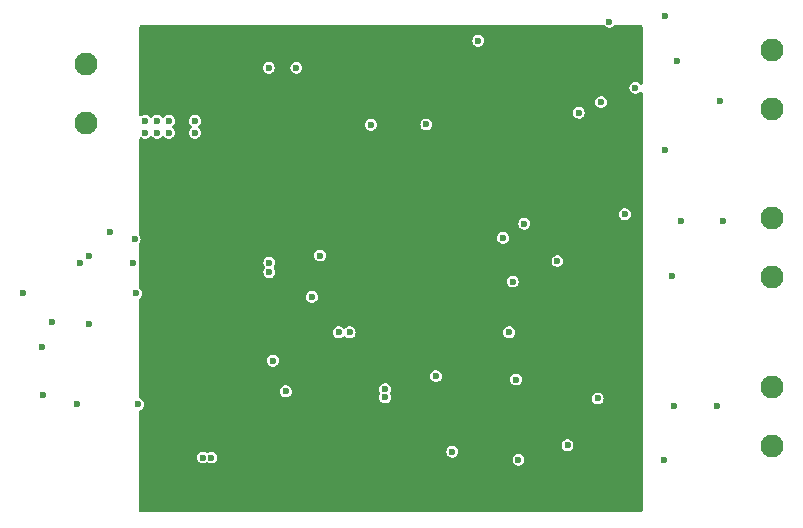
<source format=gbr>
%TF.GenerationSoftware,KiCad,Pcbnew,8.0.6*%
%TF.CreationDate,2024-11-16T21:14:38-08:00*%
%TF.ProjectId,CAN_adc,43414e5f-6164-4632-9e6b-696361645f70,rev?*%
%TF.SameCoordinates,Original*%
%TF.FileFunction,Copper,L3,Inr*%
%TF.FilePolarity,Positive*%
%FSLAX46Y46*%
G04 Gerber Fmt 4.6, Leading zero omitted, Abs format (unit mm)*
G04 Created by KiCad (PCBNEW 8.0.6) date 2024-11-16 21:14:38*
%MOMM*%
%LPD*%
G01*
G04 APERTURE LIST*
%TA.AperFunction,ComponentPad*%
%ADD10C,1.950000*%
%TD*%
%TA.AperFunction,ViaPad*%
%ADD11C,0.600000*%
%TD*%
G04 APERTURE END LIST*
D10*
%TO.N,GND*%
%TO.C,J4*%
X135100000Y-90500000D03*
%TO.N,/Analog_input1/IN+*%
X135100000Y-85500000D03*
%TD*%
%TO.N,/Analog_input/IN+*%
%TO.C,J3*%
X135100000Y-71250000D03*
%TO.N,GND*%
X135100000Y-76250000D03*
%TD*%
%TO.N,/Thermocouple_conditioning/IN-*%
%TO.C,J2*%
X135100000Y-57000000D03*
%TO.N,/Thermocouple_conditioning/IN+*%
X135100000Y-62000000D03*
%TD*%
%TO.N,GND*%
%TO.C,J1*%
X77000000Y-63200000D03*
%TO.N,/Input_Power/V_IN*%
X77000000Y-58200000D03*
%TD*%
D11*
%TO.N,GND*%
X87600000Y-91500000D03*
X86900000Y-91500000D03*
X99300000Y-80900000D03*
X98400000Y-80900000D03*
%TO.N,/IN4*%
X79000000Y-72400000D03*
%TO.N,/CSn*%
X71620134Y-77570000D03*
%TO.N,/IN3*%
X77200000Y-74400000D03*
%TO.N,/DOUT*%
X74100000Y-80000000D03*
%TO.N,/SCLK*%
X73220134Y-82179866D03*
%TO.N,/IN2*%
X77200000Y-80200000D03*
%TO.N,/DIN*%
X76500000Y-75000000D03*
%TO.N,/IN1*%
X81200000Y-77600000D03*
X120600000Y-61400000D03*
%TO.N,/IN4*%
X81100000Y-73000000D03*
%TO.N,/IN3*%
X81000000Y-75000000D03*
%TO.N,GND*%
X73331250Y-86168750D03*
%TO.N,/3V3*%
X76200000Y-87000000D03*
X81400000Y-87000000D03*
X96100000Y-77900000D03*
%TO.N,/5V*%
X117400000Y-76200000D03*
%TO.N,/IN4*%
X112800000Y-80900000D03*
%TO.N,/IN3*%
X112300000Y-72900000D03*
%TO.N,GND*%
X114100000Y-71700000D03*
X113100000Y-76600000D03*
%TO.N,Net-(R30-Pad2)*%
X127400000Y-71500000D03*
X126565000Y-76135000D03*
%TO.N,GND*%
X130900000Y-71500000D03*
%TO.N,Net-(R26-Pad1)*%
X116900000Y-74865000D03*
X122600000Y-70900000D03*
%TO.N,Net-(R22-Pad2)*%
X117750000Y-90450000D03*
X120300000Y-86500000D03*
%TO.N,GND*%
X113400000Y-84900000D03*
X113600000Y-91700000D03*
%TO.N,/5V*%
X117700000Y-91700000D03*
%TO.N,Net-(R20-Pad2)*%
X126725000Y-87100000D03*
X125900000Y-91700000D03*
%TO.N,/Thermocouple_conditioning/IN-*%
X130700000Y-61300000D03*
%TO.N,GND*%
X130400000Y-87100000D03*
%TO.N,/5V*%
X118900000Y-58100000D03*
X118900000Y-58800000D03*
%TO.N,GND*%
X118700000Y-62300000D03*
%TO.N,Net-(C8-Pad2)*%
X127037500Y-57900000D03*
X123500000Y-60200000D03*
%TO.N,GND*%
X126000000Y-65500000D03*
X126000000Y-54100000D03*
X121300000Y-54600000D03*
X110200000Y-56200000D03*
X108000000Y-91000000D03*
%TO.N,/Input_Power/N5V_FB*%
X92800000Y-83300000D03*
X106600000Y-84600000D03*
%TO.N,GND*%
X102300000Y-86400000D03*
X102300000Y-85700000D03*
X93900000Y-85900000D03*
%TO.N,/5V*%
X83700000Y-79300000D03*
X84400000Y-79300000D03*
%TO.N,GND*%
X105800000Y-63300000D03*
X92500000Y-75000000D03*
X92500000Y-75800000D03*
%TO.N,/5V*%
X83700000Y-74200000D03*
X84400000Y-74200000D03*
%TO.N,GND*%
X96800000Y-74400000D03*
%TO.N,/5V*%
X101100000Y-56187500D03*
X90700000Y-68300000D03*
X92100000Y-68300000D03*
X94500000Y-68300000D03*
X93400000Y-68300000D03*
%TO.N,GND*%
X101100000Y-63325000D03*
X86200000Y-63000000D03*
X86200000Y-64000000D03*
X94800000Y-58500000D03*
X92450000Y-58500000D03*
X82000000Y-64000000D03*
X83000000Y-64000000D03*
X84000000Y-64000000D03*
X84000000Y-63000000D03*
X83000000Y-63000000D03*
X82000000Y-63000000D03*
%TD*%
%TA.AperFunction,Conductor*%
%TO.N,/5V*%
G36*
X120908105Y-54919685D02*
G01*
X120934778Y-54942796D01*
X120968872Y-54982143D01*
X121089947Y-55059953D01*
X121089950Y-55059954D01*
X121089949Y-55059954D01*
X121228036Y-55100499D01*
X121228038Y-55100500D01*
X121228039Y-55100500D01*
X121371962Y-55100500D01*
X121371962Y-55100499D01*
X121510053Y-55059953D01*
X121631128Y-54982143D01*
X121665221Y-54942796D01*
X121723999Y-54905023D01*
X121758934Y-54900000D01*
X123976000Y-54900000D01*
X124043039Y-54919685D01*
X124088794Y-54972489D01*
X124100000Y-55024000D01*
X124100000Y-59795695D01*
X124080315Y-59862734D01*
X124027511Y-59908489D01*
X123958353Y-59918433D01*
X123894797Y-59889408D01*
X123882287Y-59876898D01*
X123870014Y-59862734D01*
X123831128Y-59817857D01*
X123710053Y-59740047D01*
X123710051Y-59740046D01*
X123710049Y-59740045D01*
X123710050Y-59740045D01*
X123571963Y-59699500D01*
X123571961Y-59699500D01*
X123428039Y-59699500D01*
X123428036Y-59699500D01*
X123289949Y-59740045D01*
X123168873Y-59817856D01*
X123074623Y-59926626D01*
X123074622Y-59926628D01*
X123014834Y-60057543D01*
X122994353Y-60200000D01*
X123014834Y-60342456D01*
X123074622Y-60473371D01*
X123074623Y-60473373D01*
X123168872Y-60582143D01*
X123289947Y-60659953D01*
X123289950Y-60659954D01*
X123289949Y-60659954D01*
X123428036Y-60700499D01*
X123428038Y-60700500D01*
X123428039Y-60700500D01*
X123571962Y-60700500D01*
X123571962Y-60700499D01*
X123710053Y-60659953D01*
X123831128Y-60582143D01*
X123882287Y-60523102D01*
X123941065Y-60485327D01*
X124010934Y-60485327D01*
X124069713Y-60523101D01*
X124098738Y-60586656D01*
X124100000Y-60604304D01*
X124100000Y-95976000D01*
X124080315Y-96043039D01*
X124027511Y-96088794D01*
X123976000Y-96100000D01*
X81624000Y-96100000D01*
X81556961Y-96080315D01*
X81511206Y-96027511D01*
X81500000Y-95976000D01*
X81500000Y-91500000D01*
X86394353Y-91500000D01*
X86414834Y-91642456D01*
X86441114Y-91700000D01*
X86474623Y-91773373D01*
X86568872Y-91882143D01*
X86689947Y-91959953D01*
X86689950Y-91959954D01*
X86689949Y-91959954D01*
X86828036Y-92000499D01*
X86828038Y-92000500D01*
X86828039Y-92000500D01*
X86971962Y-92000500D01*
X86971962Y-92000499D01*
X87110053Y-91959953D01*
X87182961Y-91913098D01*
X87250000Y-91893414D01*
X87317039Y-91913098D01*
X87389947Y-91959953D01*
X87389950Y-91959954D01*
X87389949Y-91959954D01*
X87528036Y-92000499D01*
X87528038Y-92000500D01*
X87528039Y-92000500D01*
X87671962Y-92000500D01*
X87671962Y-92000499D01*
X87810053Y-91959953D01*
X87931128Y-91882143D01*
X88025377Y-91773373D01*
X88058886Y-91700000D01*
X113094353Y-91700000D01*
X113114834Y-91842456D01*
X113147096Y-91913098D01*
X113174623Y-91973373D01*
X113268872Y-92082143D01*
X113389947Y-92159953D01*
X113389950Y-92159954D01*
X113389949Y-92159954D01*
X113528036Y-92200499D01*
X113528038Y-92200500D01*
X113528039Y-92200500D01*
X113671962Y-92200500D01*
X113671962Y-92200499D01*
X113810053Y-92159953D01*
X113931128Y-92082143D01*
X114025377Y-91973373D01*
X114085165Y-91842457D01*
X114105647Y-91700000D01*
X114085165Y-91557543D01*
X114025377Y-91426627D01*
X113931128Y-91317857D01*
X113810053Y-91240047D01*
X113810051Y-91240046D01*
X113810049Y-91240045D01*
X113810050Y-91240045D01*
X113671963Y-91199500D01*
X113671961Y-91199500D01*
X113528039Y-91199500D01*
X113528036Y-91199500D01*
X113389949Y-91240045D01*
X113268873Y-91317856D01*
X113174623Y-91426626D01*
X113174622Y-91426628D01*
X113114834Y-91557543D01*
X113094353Y-91700000D01*
X88058886Y-91700000D01*
X88085165Y-91642457D01*
X88105647Y-91500000D01*
X88085165Y-91357543D01*
X88025377Y-91226627D01*
X87931128Y-91117857D01*
X87810053Y-91040047D01*
X87810051Y-91040046D01*
X87810049Y-91040045D01*
X87810050Y-91040045D01*
X87673666Y-91000000D01*
X107494353Y-91000000D01*
X107514834Y-91142456D01*
X107553275Y-91226628D01*
X107574623Y-91273373D01*
X107668872Y-91382143D01*
X107789947Y-91459953D01*
X107789950Y-91459954D01*
X107789949Y-91459954D01*
X107897107Y-91491417D01*
X107926336Y-91500000D01*
X107928036Y-91500499D01*
X107928038Y-91500500D01*
X107928039Y-91500500D01*
X108071962Y-91500500D01*
X108071962Y-91500499D01*
X108210053Y-91459953D01*
X108331128Y-91382143D01*
X108425377Y-91273373D01*
X108485165Y-91142457D01*
X108505647Y-91000000D01*
X108485165Y-90857543D01*
X108425377Y-90726627D01*
X108331128Y-90617857D01*
X108210053Y-90540047D01*
X108210051Y-90540046D01*
X108210049Y-90540045D01*
X108210050Y-90540045D01*
X108071963Y-90499500D01*
X108071961Y-90499500D01*
X107928039Y-90499500D01*
X107928036Y-90499500D01*
X107789949Y-90540045D01*
X107668873Y-90617856D01*
X107574623Y-90726626D01*
X107574622Y-90726628D01*
X107514834Y-90857543D01*
X107494353Y-91000000D01*
X87673666Y-91000000D01*
X87671963Y-90999500D01*
X87671961Y-90999500D01*
X87528039Y-90999500D01*
X87528036Y-90999500D01*
X87389949Y-91040045D01*
X87317039Y-91086902D01*
X87250000Y-91106586D01*
X87182961Y-91086902D01*
X87180557Y-91085357D01*
X87110053Y-91040047D01*
X87110051Y-91040046D01*
X87110049Y-91040045D01*
X87110050Y-91040045D01*
X86971963Y-90999500D01*
X86971961Y-90999500D01*
X86828039Y-90999500D01*
X86828036Y-90999500D01*
X86689949Y-91040045D01*
X86568873Y-91117856D01*
X86474623Y-91226626D01*
X86474622Y-91226628D01*
X86414834Y-91357543D01*
X86394353Y-91500000D01*
X81500000Y-91500000D01*
X81500000Y-90450000D01*
X117244353Y-90450000D01*
X117264834Y-90592456D01*
X117324622Y-90723371D01*
X117324623Y-90723373D01*
X117418872Y-90832143D01*
X117539947Y-90909953D01*
X117539950Y-90909954D01*
X117539949Y-90909954D01*
X117678036Y-90950499D01*
X117678038Y-90950500D01*
X117678039Y-90950500D01*
X117821962Y-90950500D01*
X117821962Y-90950499D01*
X117960053Y-90909953D01*
X118081128Y-90832143D01*
X118175377Y-90723373D01*
X118235165Y-90592457D01*
X118255647Y-90450000D01*
X118235165Y-90307543D01*
X118175377Y-90176627D01*
X118081128Y-90067857D01*
X117960053Y-89990047D01*
X117960051Y-89990046D01*
X117960049Y-89990045D01*
X117960050Y-89990045D01*
X117821963Y-89949500D01*
X117821961Y-89949500D01*
X117678039Y-89949500D01*
X117678036Y-89949500D01*
X117539949Y-89990045D01*
X117418873Y-90067856D01*
X117324623Y-90176626D01*
X117324622Y-90176628D01*
X117264834Y-90307543D01*
X117244353Y-90450000D01*
X81500000Y-90450000D01*
X81500000Y-87585092D01*
X81519685Y-87518053D01*
X81572489Y-87472298D01*
X81589064Y-87466115D01*
X81610053Y-87459953D01*
X81731128Y-87382143D01*
X81825377Y-87273373D01*
X81885165Y-87142457D01*
X81905647Y-87000000D01*
X81885165Y-86857543D01*
X81825377Y-86726627D01*
X81731128Y-86617857D01*
X81610053Y-86540047D01*
X81610048Y-86540045D01*
X81610047Y-86540045D01*
X81589063Y-86533883D01*
X81530286Y-86496108D01*
X81501262Y-86432552D01*
X81500000Y-86414907D01*
X81500000Y-85900000D01*
X93394353Y-85900000D01*
X93414834Y-86042456D01*
X93453275Y-86126628D01*
X93474623Y-86173373D01*
X93568872Y-86282143D01*
X93689947Y-86359953D01*
X93689950Y-86359954D01*
X93689949Y-86359954D01*
X93797107Y-86391417D01*
X93826336Y-86400000D01*
X93828036Y-86400499D01*
X93828038Y-86400500D01*
X93828039Y-86400500D01*
X93971962Y-86400500D01*
X93971962Y-86400499D01*
X94110053Y-86359953D01*
X94231128Y-86282143D01*
X94325377Y-86173373D01*
X94385165Y-86042457D01*
X94405647Y-85900000D01*
X94385165Y-85757543D01*
X94358886Y-85700000D01*
X101794353Y-85700000D01*
X101814834Y-85842456D01*
X101874622Y-85973371D01*
X101879418Y-85980834D01*
X101876895Y-85982455D01*
X101899683Y-86032355D01*
X101889739Y-86101513D01*
X101878693Y-86118700D01*
X101879418Y-86119166D01*
X101874622Y-86126628D01*
X101814834Y-86257543D01*
X101794353Y-86400000D01*
X101814834Y-86542456D01*
X101860504Y-86642457D01*
X101874623Y-86673373D01*
X101968872Y-86782143D01*
X102089947Y-86859953D01*
X102089950Y-86859954D01*
X102089949Y-86859954D01*
X102228036Y-86900499D01*
X102228038Y-86900500D01*
X102228039Y-86900500D01*
X102371962Y-86900500D01*
X102371962Y-86900499D01*
X102510053Y-86859953D01*
X102631128Y-86782143D01*
X102725377Y-86673373D01*
X102785165Y-86542457D01*
X102791269Y-86500000D01*
X119794353Y-86500000D01*
X119814834Y-86642456D01*
X119853275Y-86726628D01*
X119874623Y-86773373D01*
X119968872Y-86882143D01*
X120089947Y-86959953D01*
X120089950Y-86959954D01*
X120089949Y-86959954D01*
X120197107Y-86991417D01*
X120226336Y-87000000D01*
X120228036Y-87000499D01*
X120228038Y-87000500D01*
X120228039Y-87000500D01*
X120371962Y-87000500D01*
X120371962Y-87000499D01*
X120510053Y-86959953D01*
X120631128Y-86882143D01*
X120725377Y-86773373D01*
X120785165Y-86642457D01*
X120805647Y-86500000D01*
X120785165Y-86357543D01*
X120725377Y-86226627D01*
X120631128Y-86117857D01*
X120510053Y-86040047D01*
X120510051Y-86040046D01*
X120510049Y-86040045D01*
X120510050Y-86040045D01*
X120371963Y-85999500D01*
X120371961Y-85999500D01*
X120228039Y-85999500D01*
X120228036Y-85999500D01*
X120089949Y-86040045D01*
X119968873Y-86117856D01*
X119874623Y-86226626D01*
X119874622Y-86226628D01*
X119814834Y-86357543D01*
X119794353Y-86500000D01*
X102791269Y-86500000D01*
X102805647Y-86400000D01*
X102785165Y-86257543D01*
X102725377Y-86126627D01*
X102725370Y-86126619D01*
X102720582Y-86119167D01*
X102723108Y-86117543D01*
X102700320Y-86067674D01*
X102710248Y-85998513D01*
X102721310Y-85981300D01*
X102720582Y-85980833D01*
X102725368Y-85973382D01*
X102725377Y-85973373D01*
X102785165Y-85842457D01*
X102805647Y-85700000D01*
X102785165Y-85557543D01*
X102725377Y-85426627D01*
X102631128Y-85317857D01*
X102510053Y-85240047D01*
X102510051Y-85240046D01*
X102510049Y-85240045D01*
X102510050Y-85240045D01*
X102371963Y-85199500D01*
X102371961Y-85199500D01*
X102228039Y-85199500D01*
X102228036Y-85199500D01*
X102089949Y-85240045D01*
X101968873Y-85317856D01*
X101874623Y-85426626D01*
X101874622Y-85426628D01*
X101814834Y-85557543D01*
X101794353Y-85700000D01*
X94358886Y-85700000D01*
X94325377Y-85626627D01*
X94231128Y-85517857D01*
X94110053Y-85440047D01*
X94110051Y-85440046D01*
X94110049Y-85440045D01*
X94110050Y-85440045D01*
X93971963Y-85399500D01*
X93971961Y-85399500D01*
X93828039Y-85399500D01*
X93828036Y-85399500D01*
X93689949Y-85440045D01*
X93568873Y-85517856D01*
X93474623Y-85626626D01*
X93474622Y-85626628D01*
X93414834Y-85757543D01*
X93394353Y-85900000D01*
X81500000Y-85900000D01*
X81500000Y-84600000D01*
X106094353Y-84600000D01*
X106114834Y-84742456D01*
X106174622Y-84873371D01*
X106174623Y-84873373D01*
X106268872Y-84982143D01*
X106389947Y-85059953D01*
X106389950Y-85059954D01*
X106389949Y-85059954D01*
X106528036Y-85100499D01*
X106528038Y-85100500D01*
X106528039Y-85100500D01*
X106671962Y-85100500D01*
X106671962Y-85100499D01*
X106810053Y-85059953D01*
X106931128Y-84982143D01*
X107002305Y-84900000D01*
X112894353Y-84900000D01*
X112914834Y-85042456D01*
X112974622Y-85173371D01*
X112974623Y-85173373D01*
X113068872Y-85282143D01*
X113189947Y-85359953D01*
X113189950Y-85359954D01*
X113189949Y-85359954D01*
X113297107Y-85391417D01*
X113324633Y-85399500D01*
X113328036Y-85400499D01*
X113328038Y-85400500D01*
X113328039Y-85400500D01*
X113471962Y-85400500D01*
X113471962Y-85400499D01*
X113610053Y-85359953D01*
X113731128Y-85282143D01*
X113825377Y-85173373D01*
X113885165Y-85042457D01*
X113905647Y-84900000D01*
X113885165Y-84757543D01*
X113825377Y-84626627D01*
X113731128Y-84517857D01*
X113610053Y-84440047D01*
X113610051Y-84440046D01*
X113610049Y-84440045D01*
X113610050Y-84440045D01*
X113471963Y-84399500D01*
X113471961Y-84399500D01*
X113328039Y-84399500D01*
X113328036Y-84399500D01*
X113189949Y-84440045D01*
X113068873Y-84517856D01*
X112974623Y-84626626D01*
X112974622Y-84626628D01*
X112914834Y-84757543D01*
X112894353Y-84900000D01*
X107002305Y-84900000D01*
X107025377Y-84873373D01*
X107085165Y-84742457D01*
X107105647Y-84600000D01*
X107085165Y-84457543D01*
X107025377Y-84326627D01*
X106931128Y-84217857D01*
X106810053Y-84140047D01*
X106810051Y-84140046D01*
X106810049Y-84140045D01*
X106810050Y-84140045D01*
X106671963Y-84099500D01*
X106671961Y-84099500D01*
X106528039Y-84099500D01*
X106528036Y-84099500D01*
X106389949Y-84140045D01*
X106268873Y-84217856D01*
X106174623Y-84326626D01*
X106174622Y-84326628D01*
X106114834Y-84457543D01*
X106094353Y-84600000D01*
X81500000Y-84600000D01*
X81500000Y-83300000D01*
X92294353Y-83300000D01*
X92314834Y-83442456D01*
X92374622Y-83573371D01*
X92374623Y-83573373D01*
X92468872Y-83682143D01*
X92589947Y-83759953D01*
X92589950Y-83759954D01*
X92589949Y-83759954D01*
X92728036Y-83800499D01*
X92728038Y-83800500D01*
X92728039Y-83800500D01*
X92871962Y-83800500D01*
X92871962Y-83800499D01*
X93010053Y-83759953D01*
X93131128Y-83682143D01*
X93225377Y-83573373D01*
X93285165Y-83442457D01*
X93305647Y-83300000D01*
X93285165Y-83157543D01*
X93225377Y-83026627D01*
X93131128Y-82917857D01*
X93010053Y-82840047D01*
X93010051Y-82840046D01*
X93010049Y-82840045D01*
X93010050Y-82840045D01*
X92871963Y-82799500D01*
X92871961Y-82799500D01*
X92728039Y-82799500D01*
X92728036Y-82799500D01*
X92589949Y-82840045D01*
X92468873Y-82917856D01*
X92374623Y-83026626D01*
X92374622Y-83026628D01*
X92314834Y-83157543D01*
X92294353Y-83300000D01*
X81500000Y-83300000D01*
X81500000Y-80900000D01*
X97894353Y-80900000D01*
X97914834Y-81042456D01*
X97974622Y-81173371D01*
X97974623Y-81173373D01*
X98068872Y-81282143D01*
X98189947Y-81359953D01*
X98189950Y-81359954D01*
X98189949Y-81359954D01*
X98328036Y-81400499D01*
X98328038Y-81400500D01*
X98328039Y-81400500D01*
X98471962Y-81400500D01*
X98471962Y-81400499D01*
X98610053Y-81359953D01*
X98731128Y-81282143D01*
X98756288Y-81253106D01*
X98815065Y-81215333D01*
X98884935Y-81215333D01*
X98943711Y-81253106D01*
X98968872Y-81282143D01*
X99089947Y-81359953D01*
X99089950Y-81359954D01*
X99089949Y-81359954D01*
X99228036Y-81400499D01*
X99228038Y-81400500D01*
X99228039Y-81400500D01*
X99371962Y-81400500D01*
X99371962Y-81400499D01*
X99510053Y-81359953D01*
X99631128Y-81282143D01*
X99725377Y-81173373D01*
X99785165Y-81042457D01*
X99805647Y-80900000D01*
X112294353Y-80900000D01*
X112314834Y-81042456D01*
X112374622Y-81173371D01*
X112374623Y-81173373D01*
X112468872Y-81282143D01*
X112589947Y-81359953D01*
X112589950Y-81359954D01*
X112589949Y-81359954D01*
X112728036Y-81400499D01*
X112728038Y-81400500D01*
X112728039Y-81400500D01*
X112871962Y-81400500D01*
X112871962Y-81400499D01*
X113010053Y-81359953D01*
X113131128Y-81282143D01*
X113225377Y-81173373D01*
X113285165Y-81042457D01*
X113305647Y-80900000D01*
X113285165Y-80757543D01*
X113225377Y-80626627D01*
X113131128Y-80517857D01*
X113010053Y-80440047D01*
X113010051Y-80440046D01*
X113010049Y-80440045D01*
X113010050Y-80440045D01*
X112871963Y-80399500D01*
X112871961Y-80399500D01*
X112728039Y-80399500D01*
X112728036Y-80399500D01*
X112589949Y-80440045D01*
X112468873Y-80517856D01*
X112374623Y-80626626D01*
X112374622Y-80626628D01*
X112314834Y-80757543D01*
X112294353Y-80900000D01*
X99805647Y-80900000D01*
X99785165Y-80757543D01*
X99725377Y-80626627D01*
X99631128Y-80517857D01*
X99510053Y-80440047D01*
X99510051Y-80440046D01*
X99510049Y-80440045D01*
X99510050Y-80440045D01*
X99371963Y-80399500D01*
X99371961Y-80399500D01*
X99228039Y-80399500D01*
X99228036Y-80399500D01*
X99089949Y-80440045D01*
X98968872Y-80517856D01*
X98943712Y-80546893D01*
X98884933Y-80584667D01*
X98815064Y-80584666D01*
X98756288Y-80546893D01*
X98731127Y-80517856D01*
X98684502Y-80487892D01*
X98610053Y-80440047D01*
X98610051Y-80440046D01*
X98610049Y-80440045D01*
X98610050Y-80440045D01*
X98471963Y-80399500D01*
X98471961Y-80399500D01*
X98328039Y-80399500D01*
X98328036Y-80399500D01*
X98189949Y-80440045D01*
X98068873Y-80517856D01*
X97974623Y-80626626D01*
X97974622Y-80626628D01*
X97914834Y-80757543D01*
X97894353Y-80900000D01*
X81500000Y-80900000D01*
X81500000Y-78064315D01*
X81519685Y-77997276D01*
X81530287Y-77983112D01*
X81531124Y-77982144D01*
X81531128Y-77982143D01*
X81602305Y-77900000D01*
X95594353Y-77900000D01*
X95614834Y-78042456D01*
X95674622Y-78173371D01*
X95674623Y-78173373D01*
X95768872Y-78282143D01*
X95889947Y-78359953D01*
X95889950Y-78359954D01*
X95889949Y-78359954D01*
X96028036Y-78400499D01*
X96028038Y-78400500D01*
X96028039Y-78400500D01*
X96171962Y-78400500D01*
X96171962Y-78400499D01*
X96310053Y-78359953D01*
X96431128Y-78282143D01*
X96525377Y-78173373D01*
X96585165Y-78042457D01*
X96605647Y-77900000D01*
X96585165Y-77757543D01*
X96525377Y-77626627D01*
X96431128Y-77517857D01*
X96310053Y-77440047D01*
X96310051Y-77440046D01*
X96310049Y-77440045D01*
X96310050Y-77440045D01*
X96171963Y-77399500D01*
X96171961Y-77399500D01*
X96028039Y-77399500D01*
X96028036Y-77399500D01*
X95889949Y-77440045D01*
X95768873Y-77517856D01*
X95674623Y-77626626D01*
X95674622Y-77626628D01*
X95614834Y-77757543D01*
X95594353Y-77900000D01*
X81602305Y-77900000D01*
X81625377Y-77873373D01*
X81685165Y-77742457D01*
X81705647Y-77600000D01*
X81685165Y-77457543D01*
X81625377Y-77326627D01*
X81625375Y-77326625D01*
X81625374Y-77326622D01*
X81530287Y-77216885D01*
X81501262Y-77153329D01*
X81500000Y-77135683D01*
X81500000Y-76600000D01*
X112594353Y-76600000D01*
X112614834Y-76742456D01*
X112674622Y-76873371D01*
X112674623Y-76873373D01*
X112768872Y-76982143D01*
X112889947Y-77059953D01*
X112889950Y-77059954D01*
X112889949Y-77059954D01*
X112997107Y-77091417D01*
X113024633Y-77099500D01*
X113028036Y-77100499D01*
X113028038Y-77100500D01*
X113028039Y-77100500D01*
X113171962Y-77100500D01*
X113171962Y-77100499D01*
X113310053Y-77059953D01*
X113431128Y-76982143D01*
X113525377Y-76873373D01*
X113585165Y-76742457D01*
X113605647Y-76600000D01*
X113585165Y-76457543D01*
X113525377Y-76326627D01*
X113431128Y-76217857D01*
X113310053Y-76140047D01*
X113310051Y-76140046D01*
X113310049Y-76140045D01*
X113310050Y-76140045D01*
X113171963Y-76099500D01*
X113171961Y-76099500D01*
X113028039Y-76099500D01*
X113028036Y-76099500D01*
X112889949Y-76140045D01*
X112768873Y-76217856D01*
X112674623Y-76326626D01*
X112674622Y-76326628D01*
X112614834Y-76457543D01*
X112594353Y-76600000D01*
X81500000Y-76600000D01*
X81500000Y-75048145D01*
X81501262Y-75030498D01*
X81505647Y-75000000D01*
X91994353Y-75000000D01*
X92014834Y-75142456D01*
X92074622Y-75273371D01*
X92074625Y-75273377D01*
X92113983Y-75318798D01*
X92143008Y-75382353D01*
X92133064Y-75451512D01*
X92113983Y-75481202D01*
X92074625Y-75526622D01*
X92074622Y-75526628D01*
X92014834Y-75657543D01*
X91994353Y-75800000D01*
X92014834Y-75942456D01*
X92074622Y-76073371D01*
X92074623Y-76073373D01*
X92168872Y-76182143D01*
X92289947Y-76259953D01*
X92289950Y-76259954D01*
X92289949Y-76259954D01*
X92428036Y-76300499D01*
X92428038Y-76300500D01*
X92428039Y-76300500D01*
X92571962Y-76300500D01*
X92571962Y-76300499D01*
X92710053Y-76259953D01*
X92831128Y-76182143D01*
X92925377Y-76073373D01*
X92985165Y-75942457D01*
X93005647Y-75800000D01*
X92985165Y-75657543D01*
X92925377Y-75526627D01*
X92925375Y-75526625D01*
X92925374Y-75526622D01*
X92886017Y-75481203D01*
X92856991Y-75417648D01*
X92866934Y-75348489D01*
X92886017Y-75318797D01*
X92925374Y-75273377D01*
X92925374Y-75273375D01*
X92925377Y-75273373D01*
X92985165Y-75142457D01*
X93005647Y-75000000D01*
X92985165Y-74857543D01*
X92925377Y-74726627D01*
X92831128Y-74617857D01*
X92710053Y-74540047D01*
X92710051Y-74540046D01*
X92710049Y-74540045D01*
X92710050Y-74540045D01*
X92571963Y-74499500D01*
X92571961Y-74499500D01*
X92428039Y-74499500D01*
X92428036Y-74499500D01*
X92289949Y-74540045D01*
X92168873Y-74617856D01*
X92074623Y-74726626D01*
X92074622Y-74726628D01*
X92014834Y-74857543D01*
X91994353Y-75000000D01*
X81505647Y-75000000D01*
X81501262Y-74969500D01*
X81500000Y-74951854D01*
X81500000Y-74400000D01*
X96294353Y-74400000D01*
X96314834Y-74542456D01*
X96337290Y-74591626D01*
X96374623Y-74673373D01*
X96468872Y-74782143D01*
X96589947Y-74859953D01*
X96589950Y-74859954D01*
X96589949Y-74859954D01*
X96728036Y-74900499D01*
X96728038Y-74900500D01*
X96728039Y-74900500D01*
X96871962Y-74900500D01*
X96871962Y-74900499D01*
X96992864Y-74865000D01*
X116394353Y-74865000D01*
X116414834Y-75007456D01*
X116474622Y-75138371D01*
X116474623Y-75138373D01*
X116568872Y-75247143D01*
X116689947Y-75324953D01*
X116689950Y-75324954D01*
X116689949Y-75324954D01*
X116828036Y-75365499D01*
X116828038Y-75365500D01*
X116828039Y-75365500D01*
X116971962Y-75365500D01*
X116971962Y-75365499D01*
X117110053Y-75324953D01*
X117231128Y-75247143D01*
X117325377Y-75138373D01*
X117385165Y-75007457D01*
X117405647Y-74865000D01*
X117385165Y-74722543D01*
X117325377Y-74591627D01*
X117231128Y-74482857D01*
X117110053Y-74405047D01*
X117110051Y-74405046D01*
X117110049Y-74405045D01*
X117110050Y-74405045D01*
X116971963Y-74364500D01*
X116971961Y-74364500D01*
X116828039Y-74364500D01*
X116828036Y-74364500D01*
X116689949Y-74405045D01*
X116568873Y-74482856D01*
X116474623Y-74591626D01*
X116474622Y-74591628D01*
X116414834Y-74722543D01*
X116394353Y-74865000D01*
X96992864Y-74865000D01*
X97010053Y-74859953D01*
X97131128Y-74782143D01*
X97225377Y-74673373D01*
X97285165Y-74542457D01*
X97305647Y-74400000D01*
X97285165Y-74257543D01*
X97225377Y-74126627D01*
X97131128Y-74017857D01*
X97010053Y-73940047D01*
X97010051Y-73940046D01*
X97010049Y-73940045D01*
X97010050Y-73940045D01*
X96871963Y-73899500D01*
X96871961Y-73899500D01*
X96728039Y-73899500D01*
X96728036Y-73899500D01*
X96589949Y-73940045D01*
X96468873Y-74017856D01*
X96374623Y-74126626D01*
X96374622Y-74126628D01*
X96314834Y-74257543D01*
X96294353Y-74400000D01*
X81500000Y-74400000D01*
X81500000Y-73348909D01*
X81519685Y-73281870D01*
X81521313Y-73279694D01*
X81525368Y-73273382D01*
X81525377Y-73273373D01*
X81585165Y-73142457D01*
X81605647Y-73000000D01*
X81591269Y-72900000D01*
X111794353Y-72900000D01*
X111814834Y-73042456D01*
X111860504Y-73142457D01*
X111874623Y-73173373D01*
X111968872Y-73282143D01*
X112089947Y-73359953D01*
X112089950Y-73359954D01*
X112089949Y-73359954D01*
X112228036Y-73400499D01*
X112228038Y-73400500D01*
X112228039Y-73400500D01*
X112371962Y-73400500D01*
X112371962Y-73400499D01*
X112510053Y-73359953D01*
X112631128Y-73282143D01*
X112725377Y-73173373D01*
X112785165Y-73042457D01*
X112805647Y-72900000D01*
X112785165Y-72757543D01*
X112725377Y-72626627D01*
X112631128Y-72517857D01*
X112510053Y-72440047D01*
X112510051Y-72440046D01*
X112510049Y-72440045D01*
X112510050Y-72440045D01*
X112371963Y-72399500D01*
X112371961Y-72399500D01*
X112228039Y-72399500D01*
X112228036Y-72399500D01*
X112089949Y-72440045D01*
X111968873Y-72517856D01*
X111874623Y-72626626D01*
X111874622Y-72626628D01*
X111814834Y-72757543D01*
X111794353Y-72900000D01*
X81591269Y-72900000D01*
X81585165Y-72857543D01*
X81525377Y-72726627D01*
X81525374Y-72726624D01*
X81520582Y-72719166D01*
X81523445Y-72717325D01*
X81501257Y-72668699D01*
X81500000Y-72651090D01*
X81500000Y-71700000D01*
X113594353Y-71700000D01*
X113614834Y-71842456D01*
X113674622Y-71973371D01*
X113674623Y-71973373D01*
X113768872Y-72082143D01*
X113889947Y-72159953D01*
X113889950Y-72159954D01*
X113889949Y-72159954D01*
X114028036Y-72200499D01*
X114028038Y-72200500D01*
X114028039Y-72200500D01*
X114171962Y-72200500D01*
X114171962Y-72200499D01*
X114310053Y-72159953D01*
X114431128Y-72082143D01*
X114525377Y-71973373D01*
X114585165Y-71842457D01*
X114605647Y-71700000D01*
X114585165Y-71557543D01*
X114525377Y-71426627D01*
X114431128Y-71317857D01*
X114310053Y-71240047D01*
X114310051Y-71240046D01*
X114310049Y-71240045D01*
X114310050Y-71240045D01*
X114171963Y-71199500D01*
X114171961Y-71199500D01*
X114028039Y-71199500D01*
X114028036Y-71199500D01*
X113889949Y-71240045D01*
X113768873Y-71317856D01*
X113674623Y-71426626D01*
X113674622Y-71426628D01*
X113614834Y-71557543D01*
X113594353Y-71700000D01*
X81500000Y-71700000D01*
X81500000Y-70900000D01*
X122094353Y-70900000D01*
X122114834Y-71042456D01*
X122174622Y-71173371D01*
X122174623Y-71173373D01*
X122268872Y-71282143D01*
X122389947Y-71359953D01*
X122389950Y-71359954D01*
X122389949Y-71359954D01*
X122528036Y-71400499D01*
X122528038Y-71400500D01*
X122528039Y-71400500D01*
X122671962Y-71400500D01*
X122671962Y-71400499D01*
X122810053Y-71359953D01*
X122931128Y-71282143D01*
X123025377Y-71173373D01*
X123085165Y-71042457D01*
X123105647Y-70900000D01*
X123085165Y-70757543D01*
X123025377Y-70626627D01*
X122931128Y-70517857D01*
X122810053Y-70440047D01*
X122810051Y-70440046D01*
X122810049Y-70440045D01*
X122810050Y-70440045D01*
X122671963Y-70399500D01*
X122671961Y-70399500D01*
X122528039Y-70399500D01*
X122528036Y-70399500D01*
X122389949Y-70440045D01*
X122268873Y-70517856D01*
X122174623Y-70626626D01*
X122174622Y-70626628D01*
X122114834Y-70757543D01*
X122094353Y-70900000D01*
X81500000Y-70900000D01*
X81500000Y-64500704D01*
X81519685Y-64433665D01*
X81572489Y-64387910D01*
X81641647Y-64377966D01*
X81691038Y-64396388D01*
X81747535Y-64432696D01*
X81789948Y-64459954D01*
X81928036Y-64500499D01*
X81928038Y-64500500D01*
X81928039Y-64500500D01*
X82071962Y-64500500D01*
X82071962Y-64500499D01*
X82210053Y-64459953D01*
X82331128Y-64382143D01*
X82406287Y-64295403D01*
X82465064Y-64257629D01*
X82534934Y-64257629D01*
X82593712Y-64295403D01*
X82593713Y-64295404D01*
X82665252Y-64377966D01*
X82668872Y-64382143D01*
X82789947Y-64459953D01*
X82789950Y-64459954D01*
X82789949Y-64459954D01*
X82928036Y-64500499D01*
X82928038Y-64500500D01*
X82928039Y-64500500D01*
X83071962Y-64500500D01*
X83071962Y-64500499D01*
X83210053Y-64459953D01*
X83331128Y-64382143D01*
X83406287Y-64295403D01*
X83465064Y-64257629D01*
X83534934Y-64257629D01*
X83593712Y-64295403D01*
X83593713Y-64295404D01*
X83665252Y-64377966D01*
X83668872Y-64382143D01*
X83789947Y-64459953D01*
X83789950Y-64459954D01*
X83789949Y-64459954D01*
X83928036Y-64500499D01*
X83928038Y-64500500D01*
X83928039Y-64500500D01*
X84071962Y-64500500D01*
X84071962Y-64500499D01*
X84210053Y-64459953D01*
X84331128Y-64382143D01*
X84425377Y-64273373D01*
X84485165Y-64142457D01*
X84505647Y-64000000D01*
X84485165Y-63857543D01*
X84425377Y-63726627D01*
X84331128Y-63617857D01*
X84331125Y-63617855D01*
X84331125Y-63617854D01*
X84310058Y-63604316D01*
X84264302Y-63551513D01*
X84254358Y-63482354D01*
X84283382Y-63418798D01*
X84310058Y-63395684D01*
X84331125Y-63382145D01*
X84331125Y-63382144D01*
X84331128Y-63382143D01*
X84425377Y-63273373D01*
X84485165Y-63142457D01*
X84505647Y-63000000D01*
X85694353Y-63000000D01*
X85714834Y-63142456D01*
X85774622Y-63273371D01*
X85774623Y-63273373D01*
X85868872Y-63382143D01*
X85876324Y-63386932D01*
X85889943Y-63395685D01*
X85935698Y-63448489D01*
X85945641Y-63517648D01*
X85916615Y-63581203D01*
X85889943Y-63604315D01*
X85868874Y-63617855D01*
X85774623Y-63726626D01*
X85774622Y-63726628D01*
X85714834Y-63857543D01*
X85694353Y-64000000D01*
X85714834Y-64142456D01*
X85767433Y-64257629D01*
X85774623Y-64273373D01*
X85868872Y-64382143D01*
X85989947Y-64459953D01*
X85989950Y-64459954D01*
X85989949Y-64459954D01*
X86128036Y-64500499D01*
X86128038Y-64500500D01*
X86128039Y-64500500D01*
X86271962Y-64500500D01*
X86271962Y-64500499D01*
X86410053Y-64459953D01*
X86531128Y-64382143D01*
X86625377Y-64273373D01*
X86685165Y-64142457D01*
X86705647Y-64000000D01*
X86685165Y-63857543D01*
X86625377Y-63726627D01*
X86531128Y-63617857D01*
X86531125Y-63617855D01*
X86531125Y-63617854D01*
X86510058Y-63604316D01*
X86464302Y-63551513D01*
X86454358Y-63482354D01*
X86483382Y-63418798D01*
X86510058Y-63395684D01*
X86531125Y-63382145D01*
X86531125Y-63382144D01*
X86531128Y-63382143D01*
X86580642Y-63325000D01*
X100594353Y-63325000D01*
X100614834Y-63467456D01*
X100674622Y-63598371D01*
X100674623Y-63598373D01*
X100768872Y-63707143D01*
X100889947Y-63784953D01*
X100889950Y-63784954D01*
X100889949Y-63784954D01*
X101028036Y-63825499D01*
X101028038Y-63825500D01*
X101028039Y-63825500D01*
X101171962Y-63825500D01*
X101171962Y-63825499D01*
X101310053Y-63784953D01*
X101431128Y-63707143D01*
X101525377Y-63598373D01*
X101585165Y-63467457D01*
X101605647Y-63325000D01*
X101602053Y-63300000D01*
X105294353Y-63300000D01*
X105314834Y-63442456D01*
X105341114Y-63500000D01*
X105374623Y-63573373D01*
X105468872Y-63682143D01*
X105589947Y-63759953D01*
X105589950Y-63759954D01*
X105589949Y-63759954D01*
X105728036Y-63800499D01*
X105728038Y-63800500D01*
X105728039Y-63800500D01*
X105871962Y-63800500D01*
X105871962Y-63800499D01*
X106010053Y-63759953D01*
X106131128Y-63682143D01*
X106225377Y-63573373D01*
X106285165Y-63442457D01*
X106305647Y-63300000D01*
X106285165Y-63157543D01*
X106225377Y-63026627D01*
X106131128Y-62917857D01*
X106010053Y-62840047D01*
X106010051Y-62840046D01*
X106010049Y-62840045D01*
X106010050Y-62840045D01*
X105871963Y-62799500D01*
X105871961Y-62799500D01*
X105728039Y-62799500D01*
X105728036Y-62799500D01*
X105589949Y-62840045D01*
X105468873Y-62917856D01*
X105374623Y-63026626D01*
X105374622Y-63026628D01*
X105314834Y-63157543D01*
X105294353Y-63300000D01*
X101602053Y-63300000D01*
X101585165Y-63182543D01*
X101525377Y-63051627D01*
X101431128Y-62942857D01*
X101310053Y-62865047D01*
X101310051Y-62865046D01*
X101310049Y-62865045D01*
X101310050Y-62865045D01*
X101171963Y-62824500D01*
X101171961Y-62824500D01*
X101028039Y-62824500D01*
X101028036Y-62824500D01*
X100889949Y-62865045D01*
X100768873Y-62942856D01*
X100674623Y-63051626D01*
X100674622Y-63051628D01*
X100614834Y-63182543D01*
X100594353Y-63325000D01*
X86580642Y-63325000D01*
X86625377Y-63273373D01*
X86685165Y-63142457D01*
X86705647Y-63000000D01*
X86685165Y-62857543D01*
X86625377Y-62726627D01*
X86531128Y-62617857D01*
X86410053Y-62540047D01*
X86410051Y-62540046D01*
X86410049Y-62540045D01*
X86410050Y-62540045D01*
X86271963Y-62499500D01*
X86271961Y-62499500D01*
X86128039Y-62499500D01*
X86128036Y-62499500D01*
X85989949Y-62540045D01*
X85868873Y-62617856D01*
X85774623Y-62726626D01*
X85774622Y-62726628D01*
X85714834Y-62857543D01*
X85694353Y-63000000D01*
X84505647Y-63000000D01*
X84485165Y-62857543D01*
X84425377Y-62726627D01*
X84331128Y-62617857D01*
X84210053Y-62540047D01*
X84210051Y-62540046D01*
X84210049Y-62540045D01*
X84210050Y-62540045D01*
X84071963Y-62499500D01*
X84071961Y-62499500D01*
X83928039Y-62499500D01*
X83928036Y-62499500D01*
X83789949Y-62540045D01*
X83668873Y-62617856D01*
X83593713Y-62704596D01*
X83534935Y-62742370D01*
X83465065Y-62742370D01*
X83406287Y-62704596D01*
X83331128Y-62617857D01*
X83210053Y-62540047D01*
X83210051Y-62540046D01*
X83210049Y-62540045D01*
X83210050Y-62540045D01*
X83071963Y-62499500D01*
X83071961Y-62499500D01*
X82928039Y-62499500D01*
X82928036Y-62499500D01*
X82789949Y-62540045D01*
X82668873Y-62617856D01*
X82593713Y-62704596D01*
X82534935Y-62742370D01*
X82465065Y-62742370D01*
X82406287Y-62704596D01*
X82331128Y-62617857D01*
X82210053Y-62540047D01*
X82210051Y-62540046D01*
X82210049Y-62540045D01*
X82210050Y-62540045D01*
X82071963Y-62499500D01*
X82071961Y-62499500D01*
X81928039Y-62499500D01*
X81928036Y-62499500D01*
X81789949Y-62540045D01*
X81691039Y-62603611D01*
X81624000Y-62623295D01*
X81556960Y-62603610D01*
X81511205Y-62550806D01*
X81500000Y-62499295D01*
X81500000Y-62300000D01*
X118194353Y-62300000D01*
X118214834Y-62442456D01*
X118240792Y-62499295D01*
X118274623Y-62573373D01*
X118368872Y-62682143D01*
X118489947Y-62759953D01*
X118489950Y-62759954D01*
X118489949Y-62759954D01*
X118597107Y-62791417D01*
X118624633Y-62799500D01*
X118628036Y-62800499D01*
X118628038Y-62800500D01*
X118628039Y-62800500D01*
X118771962Y-62800500D01*
X118771962Y-62800499D01*
X118910053Y-62759953D01*
X119031128Y-62682143D01*
X119125377Y-62573373D01*
X119185165Y-62442457D01*
X119205647Y-62300000D01*
X119185165Y-62157543D01*
X119125377Y-62026627D01*
X119031128Y-61917857D01*
X118910053Y-61840047D01*
X118910051Y-61840046D01*
X118910049Y-61840045D01*
X118910050Y-61840045D01*
X118771963Y-61799500D01*
X118771961Y-61799500D01*
X118628039Y-61799500D01*
X118628036Y-61799500D01*
X118489949Y-61840045D01*
X118368873Y-61917856D01*
X118274623Y-62026626D01*
X118274622Y-62026628D01*
X118214834Y-62157543D01*
X118194353Y-62300000D01*
X81500000Y-62300000D01*
X81500000Y-61400000D01*
X120094353Y-61400000D01*
X120114834Y-61542456D01*
X120174622Y-61673371D01*
X120174623Y-61673373D01*
X120268872Y-61782143D01*
X120389947Y-61859953D01*
X120389950Y-61859954D01*
X120389949Y-61859954D01*
X120528036Y-61900499D01*
X120528038Y-61900500D01*
X120528039Y-61900500D01*
X120671962Y-61900500D01*
X120671962Y-61900499D01*
X120810053Y-61859953D01*
X120931128Y-61782143D01*
X121025377Y-61673373D01*
X121085165Y-61542457D01*
X121105647Y-61400000D01*
X121085165Y-61257543D01*
X121025377Y-61126627D01*
X120931128Y-61017857D01*
X120810053Y-60940047D01*
X120810051Y-60940046D01*
X120810049Y-60940045D01*
X120810050Y-60940045D01*
X120671963Y-60899500D01*
X120671961Y-60899500D01*
X120528039Y-60899500D01*
X120528036Y-60899500D01*
X120389949Y-60940045D01*
X120268873Y-61017856D01*
X120174623Y-61126626D01*
X120174622Y-61126628D01*
X120114834Y-61257543D01*
X120094353Y-61400000D01*
X81500000Y-61400000D01*
X81500000Y-58500000D01*
X91944353Y-58500000D01*
X91964834Y-58642456D01*
X92024622Y-58773371D01*
X92024623Y-58773373D01*
X92118872Y-58882143D01*
X92239947Y-58959953D01*
X92239950Y-58959954D01*
X92239949Y-58959954D01*
X92378036Y-59000499D01*
X92378038Y-59000500D01*
X92378039Y-59000500D01*
X92521962Y-59000500D01*
X92521962Y-59000499D01*
X92660053Y-58959953D01*
X92781128Y-58882143D01*
X92875377Y-58773373D01*
X92935165Y-58642457D01*
X92955647Y-58500000D01*
X94294353Y-58500000D01*
X94314834Y-58642456D01*
X94374622Y-58773371D01*
X94374623Y-58773373D01*
X94468872Y-58882143D01*
X94589947Y-58959953D01*
X94589950Y-58959954D01*
X94589949Y-58959954D01*
X94728036Y-59000499D01*
X94728038Y-59000500D01*
X94728039Y-59000500D01*
X94871962Y-59000500D01*
X94871962Y-59000499D01*
X95010053Y-58959953D01*
X95131128Y-58882143D01*
X95225377Y-58773373D01*
X95285165Y-58642457D01*
X95305647Y-58500000D01*
X95285165Y-58357543D01*
X95225377Y-58226627D01*
X95131128Y-58117857D01*
X95010053Y-58040047D01*
X95010051Y-58040046D01*
X95010049Y-58040045D01*
X95010050Y-58040045D01*
X94871963Y-57999500D01*
X94871961Y-57999500D01*
X94728039Y-57999500D01*
X94728036Y-57999500D01*
X94589949Y-58040045D01*
X94468873Y-58117856D01*
X94374623Y-58226626D01*
X94374622Y-58226628D01*
X94314834Y-58357543D01*
X94294353Y-58500000D01*
X92955647Y-58500000D01*
X92935165Y-58357543D01*
X92875377Y-58226627D01*
X92781128Y-58117857D01*
X92660053Y-58040047D01*
X92660051Y-58040046D01*
X92660049Y-58040045D01*
X92660050Y-58040045D01*
X92521963Y-57999500D01*
X92521961Y-57999500D01*
X92378039Y-57999500D01*
X92378036Y-57999500D01*
X92239949Y-58040045D01*
X92118873Y-58117856D01*
X92024623Y-58226626D01*
X92024622Y-58226628D01*
X91964834Y-58357543D01*
X91944353Y-58500000D01*
X81500000Y-58500000D01*
X81500000Y-56200000D01*
X109694353Y-56200000D01*
X109714834Y-56342456D01*
X109774622Y-56473371D01*
X109774623Y-56473373D01*
X109868872Y-56582143D01*
X109989947Y-56659953D01*
X109989950Y-56659954D01*
X109989949Y-56659954D01*
X110128036Y-56700499D01*
X110128038Y-56700500D01*
X110128039Y-56700500D01*
X110271962Y-56700500D01*
X110271962Y-56700499D01*
X110410053Y-56659953D01*
X110531128Y-56582143D01*
X110625377Y-56473373D01*
X110685165Y-56342457D01*
X110705647Y-56200000D01*
X110685165Y-56057543D01*
X110625377Y-55926627D01*
X110531128Y-55817857D01*
X110410053Y-55740047D01*
X110410051Y-55740046D01*
X110410049Y-55740045D01*
X110410050Y-55740045D01*
X110271963Y-55699500D01*
X110271961Y-55699500D01*
X110128039Y-55699500D01*
X110128036Y-55699500D01*
X109989949Y-55740045D01*
X109868873Y-55817856D01*
X109774623Y-55926626D01*
X109774622Y-55926628D01*
X109714834Y-56057543D01*
X109694353Y-56200000D01*
X81500000Y-56200000D01*
X81500000Y-55024000D01*
X81519685Y-54956961D01*
X81572489Y-54911206D01*
X81624000Y-54900000D01*
X120841066Y-54900000D01*
X120908105Y-54919685D01*
G37*
%TD.AperFunction*%
%TD*%
M02*

</source>
